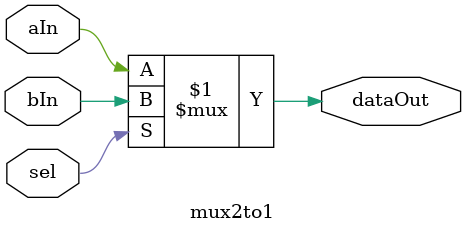
<source format=v>
`timescale 1ns / 1ps


module mux2to1 #(parameter WIDTH = 1) (aIn, bIn, sel, dataOut);

input 	[WIDTH-1:0] aIn, bIn;
input               sel;
output 	[WIDTH-1:0] dataOut;

// sel =	1: dataOut = bIn; 
// sel =	0: dataOut = aIn;
assign dataOut = sel ? bIn : aIn; 

endmodule
</source>
